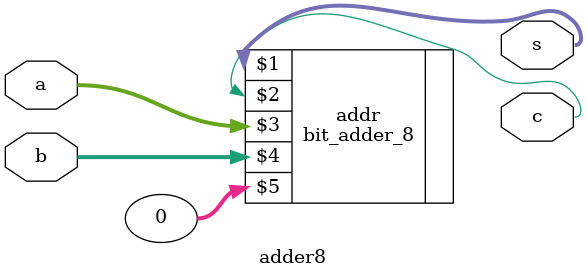
<source format=v>
`timescale 1ns / 1ps


module adder8(s, c, a, b);
    input [7:0] a, b;
    output [7:0] s;
    output c;
    parameter cin = 0;
    bit_adder_8 addr(s, c, a, b, cin);
endmodule

</source>
